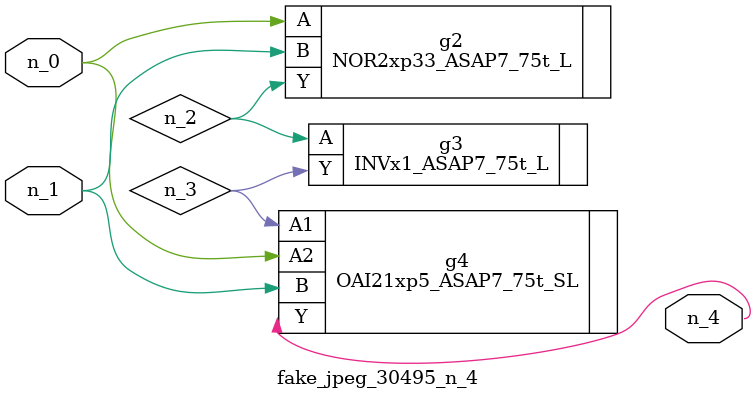
<source format=v>
module fake_jpeg_30495_n_4 (n_0, n_1, n_4);

input n_0;
input n_1;

output n_4;

wire n_2;
wire n_3;

NOR2xp33_ASAP7_75t_L g2 ( 
.A(n_0),
.B(n_1),
.Y(n_2)
);

INVx1_ASAP7_75t_L g3 ( 
.A(n_2),
.Y(n_3)
);

OAI21xp5_ASAP7_75t_SL g4 ( 
.A1(n_3),
.A2(n_0),
.B(n_1),
.Y(n_4)
);


endmodule
</source>
